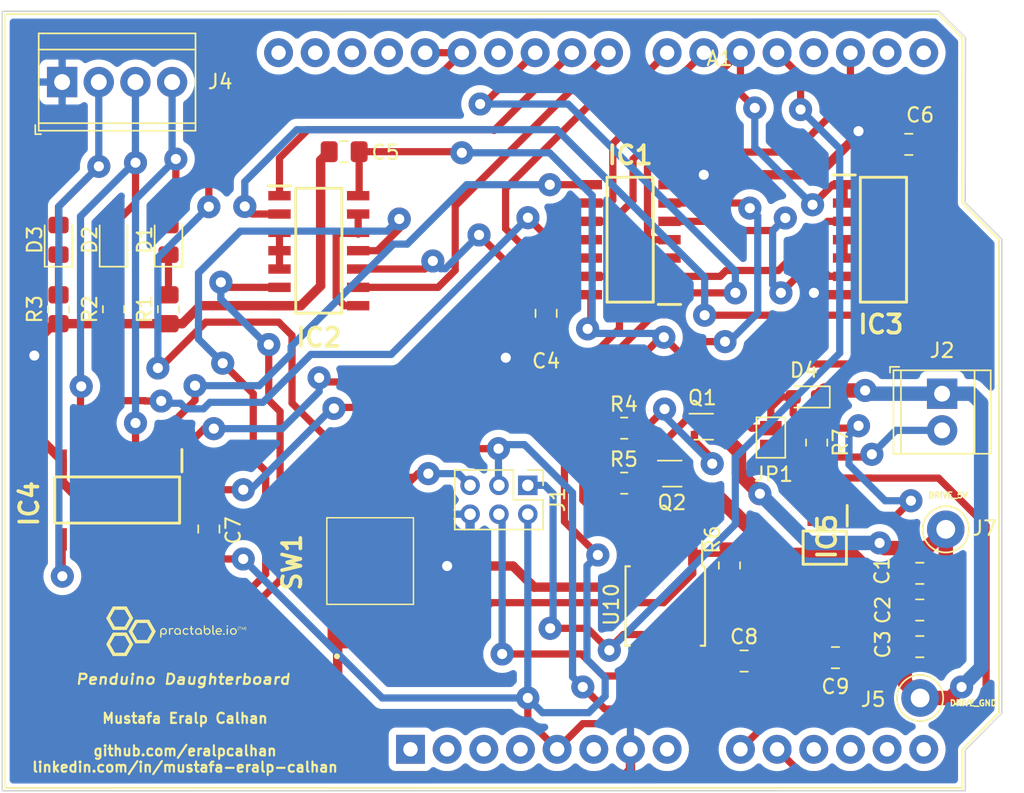
<source format=kicad_pcb>
(kicad_pcb (version 20211014) (generator pcbnew)
  (title_block (title "Driver Daughterboard") (date "2022-06-15") (rev "0"))
  (layers (0 "F.Cu" signal) (31 "B.Cu" signal) (34 "B.Paste" user) (35 "F.Paste" user) (36 "B.SilkS" user "B.Silkscreen") (37 "F.SilkS" user "F.Silkscreen") (38 "B.Mask" user) (39 "F.Mask" user) (44 "Edge.Cuts" user))
  (net 0 "")
  (net 1 "Net-(D1-Pad1)")
  (net 2 "OR_OUT_1")
  (net 3 "Net-(D2-Pad1)")
  (net 4 "OR_OUT_2")
  (net 5 "Net-(D3-Pad1)")
  (net 6 "OR_OUT_3")
  (net 7 "SUP_LED_1")
  (net 8 "INV_1")
  (net 9 "AND_SUP_LED_1")
  (net 10 "SUP_LED_2")
  (net 11 "INV_2")
  (net 12 "AND_SUP_LED_2")
  (net 13 "AND_STU_LED_1")
  (net 14 "STU_LED_1")
  (net 15 "AND_STU_LED_2")
  (net 16 "STU_LED_2")
  (net 17 "SUP_LED_3")
  (net 18 "INV_3")
  (net 19 "Net-(IC2-Pad3)")
  (net 20 "AND_SUP_LED_3")
  (net 21 "Net-(IC2-Pad12)")
  (net 22 "STU_LED_3")
  (net 23 "AND_STU_LED_3")
  (net 30 "Net-(J1-Pad4)")
  (net 31 "Net-(Q1-Pad2)")
  (net 32 "LOAD_MCU")
  (net 51 "Net-(J1-Pad5)")
  (net 52 "DRIVE_MCU")
  (net 53 "STUDENT_ENABLE")
  (net 54 "Net-(Q2-Pad2)")
  (net 55 "D_5V")
  (net 56 "D_GND")
  (net 57 "CURRENT_SENSE_OUT")
  (net 58 "LOAD_INPUT")
  (net 59 "DRIVE_INPUT")
  (net 60 "DRIVE_5V")
  (net 61 "DRIVE_GND")
  (net 62 "Net-(D4-Pad2)")
  (net 63 "Net-(IC5-Pad3)")
  (net 66 "CURRENT_SIGN_OUT")
  (net 67 "Net-(IC5-Pad6)")
  (net 68 "Net-(IC5-Pad1)")
  (net 69 "Net-(IC5-Pad2)")
  (net 70 "Net-(IC5-Pad7)")
  (net 71 "Net-(IC5-Pad8)")
  (net 72 "Net-(J2-Pad2)")
  (footprint "Resistor_SMD:R_0805_2012Metric_Pad1.20x1.40mm_HandSolder" (layer "F.Cu") (at 94.996 75.431 90)
    (fp_text reference "R3")
    (fp_text value "120")
  )
  (footprint "Package_TO_SOT_SMD:SOT-523" (layer "F.Cu") (at 137.5156 86.8172)
    (fp_text reference "Q2")
    (fp_text value "BC547")
  )
  (footprint "TerminalBlock_TE-Connectivity:TerminalBlock_TE_282834-4_1x04_P2.54mm_Horizontal" (layer "F.Cu") (at 95.245 59.69)
    (fp_text reference "J4")
    (fp_text value "Conn_01x04")
  )
  (footprint "NetTie:NetTie-2_SMD_Pad0.5mm" (layer "F.Cu") (at 147.066 96.274 -90)
    (fp_text reference "NT1" hide)
    (fp_text value "NetTie_2")
  )
  (footprint "ICPINS:SOIC127P600X175-14N" (layer "F.Cu") (at 152.146 70.612)
    (fp_text reference "IC3")
    (fp_text value "NAND (Used as Inverter)" hide)
  )
  (footprint "NetTie:NetTie-2_SMD_Pad0.5mm" (layer "F.Cu") (at 148.4376 96.266 -90)
    (fp_text reference "NT2" hide)
    (fp_text value "NetTie_2")
  )
  (footprint "ICPINS:SOIC127P600X175-14N" (layer "F.Cu") (at 113.03 71.374)
    (fp_text reference "IC2")
    (fp_text value "NAND (Used as AND)" hide)
  )
  (footprint "Capacitor_SMD:C_0805_2012Metric_Pad1.18x1.45mm_HandSolder" (layer "F.Cu") (at 142.494 99.8005)
    (fp_text reference "C8")
    (fp_text value "100nF")
  )
  (footprint "Package_TO_SOT_SMD:SOT-523" (layer "F.Cu") (at 139.7 83.566)
    (fp_text reference "Q1")
    (fp_text value "BC557")
  )
  (footprint "Resistor_SMD:R_0805_2012Metric_Pad1.20x1.40mm_HandSolder" (layer "F.Cu") (at 98.806 75.431 90)
    (fp_text reference "R2")
    (fp_text value "120")
  )
  (footprint "Capacitor_SMD:C_0805_2012Metric_Pad1.18x1.45mm_HandSolder" (layer "F.Cu") (at 154.6645 98.806 180)
    (fp_text reference "C3")
    (fp_text value "0.1u")
  )
  (footprint "Jumper:SolderJumper-2_P1.3mm_Open_Pad1.0x1.5mm" (layer "F.Cu") (at 144.345739 84.318761 -90)
    (fp_text reference "JP1")
    (fp_text value "Shunt Bypass")
  )
  (footprint "Resistor_SMD:R_0805_2012Metric_Pad1.20x1.40mm_HandSolder" (layer "F.Cu") (at 147.520739 84.668761 -90)
    (fp_text reference "R7")
    (fp_text value "10R")
  )
  (footprint "Capacitor_SMD:C_0805_2012Metric_Pad1.18x1.45mm_HandSolder" (layer "F.Cu") (at 148.8225 99.568)
    (fp_text reference "C9")
    (fp_text value "0.1uF")
  )
  (footprint "Connector_PinHeader_2.00mm:PinHeader_2x03_P2.00mm_Vertical" (layer "F.Cu") (at 127.508 87.63 -90)
    (fp_text reference "J1")
    (fp_text value "AVR-ISP-6")
  )
  (footprint "LED_SMD:LED_0805_2012Metric_Pad1.15x1.40mm_HandSolder" (layer "F.Cu") (at 102.616 70.621 90)
    (fp_text reference "D1")
    (fp_text value "LED")
  )
  (footprint "Capacitor_SMD:C_0805_2012Metric_Pad1.18x1.45mm_HandSolder" (layer "F.Cu") (at 154.6645 96.266 180)
    (fp_text reference "C2")
    (fp_text value "10u")
  )
  (footprint "LED_SMD:LED_0805_2012Metric_Pad1.15x1.40mm_HandSolder" (layer "F.Cu") (at 94.996 70.621 90)
    (fp_text reference "D3")
    (fp_text value "LED")
  )
  (footprint "Diode_SMD:D_0603_1608Metric_Pad1.05x0.95mm_HandSolder" (layer "F.Cu") (at 146.77 81.507022 180)
    (fp_text reference "D4")
    (fp_text value "1N4002")
  )
  (footprint "Resistor_SMD:R_0805_2012Metric_Pad1.20x1.40mm_HandSolder" (layer "F.Cu") (at 141.478 93.1805 -90)
    (fp_text reference "R6")
    (fp_text value "100k")
  )
  (footprint "NetTie:NetTie-2_SMD_Pad0.5mm" (layer "F.Cu") (at 147.066 87.638 -90)
    (fp_text reference "NT4" hide)
    (fp_text value "NetTie_2")
  )
  (footprint "LED_SMD:LED_0805_2012Metric_Pad1.15x1.40mm_HandSolder" (layer "F.Cu") (at 98.806 70.621 90)
    (fp_text reference "D2")
    (fp_text value "LED")
  )
  (footprint "000_Graphics_Immo:practactable.io_text_10x4" (layer "F.Cu") (at 103.105934 97.775178)
    (fp_text reference "G***" hide)
    (fp_text value "LOGO" hide)
  )
  (footprint "Capacitor_SMD:C_0805_2012Metric_Pad1.18x1.45mm_HandSolder" (layer "F.Cu") (at 114.7865 64.516 180)
    (fp_text reference "C5")
    (fp_text value "100nF")
  )
  (footprint "Package_SO:SOIC-8W_5.3x5.3mm_P1.27mm" (layer "F.Cu") (at 137.033 95.9905 -90)
    (fp_text reference "U10")
    (fp_text value "ATtiny85-20S")
  )
  (footprint "Audio_Module:Infineon Motor Sheild hiddenPins" (layer "F.Cu") (at 99.695 86.233 90)
    (fp_text reference "A1")
    (fp_text value "Infineon Motor Shield MOD" hide)
  )
  (footprint "Capacitor_SMD:C_0805_2012Metric_Pad1.18x1.45mm_HandSolder" (layer "F.Cu") (at 128.778 75.7135 -90)
    (fp_text reference "C4")
    (fp_text value "100nF")
  )
  (footprint "Capacitor_SMD:C_0805_2012Metric_Pad1.18x1.45mm_HandSolder" (layer "F.Cu") (at 105.41 90.6565 90)
    (fp_text reference "C7")
    (fp_text value "100nF")
  )
  (footprint "ICPINS:SOIC127P600X175-14N" (layer "F.Cu") (at 99.06 88.646 -90)
    (fp_text reference "IC4")
    (fp_text value "OR " hide)
  )
  (footprint "Resistor_SMD:R_0805_2012Metric_Pad1.20x1.40mm_HandSolder" (layer "F.Cu") (at 134.185739 87.478761 180)
    (fp_text reference "R5")
    (fp_text value "2k2")
  )
  (footprint "Resistor_SMD:R_0805_2012Metric_Pad1.20x1.40mm_HandSolder" (layer "F.Cu") (at 134.185739 83.668761 180)
    (fp_text reference "R4")
    (fp_text value "2k2")
  )
  (footprint "Connector_Pin:Pin_D1.3mm_L11.0mm" (layer "F.Cu") (at 156.464 90.678 -90)
    (fp_text reference "J7")
    (fp_text value "DRIVE_5V_IN")
  )
  (footprint "Connector_Pin:Pin_D1.3mm_L11.0mm" (layer "F.Cu") (at 154.686 102.362 -90)
    (fp_text reference "J5")
    (fp_text value "DRIVE_GND")
  )
  (footprint "NetTie:NetTie-2_SMD_Pad0.5mm" (layer "F.Cu") (at 151.0284 89.7382 180)
    (fp_text reference "NT5" hide)
    (fp_text value "NetTie_2")
  )
  (footprint "Capacitor_SMD:C_0805_2012Metric_Pad1.18x1.45mm_HandSolder" (layer "F.Cu") (at 154.6645 93.726 180)
    (fp_text reference "C1")
    (fp_text value "460u")
  )
  (footprint "Button_Switch_SMD:13019319" (layer "F.Cu") (at 116.586 93.726 90)
    (fp_text reference "SW1")
    (fp_text value "SW_Push" hide)
  )
  (footprint "TerminalBlock_TE-Connectivity:TerminalBlock_TE_282834-2_1x02_P2.54mm_Horizontal" (layer "F.Cu") (at 156.21 81.28 -90)
    (fp_text reference "J2")
    (fp_text value "Coil")
  )
  (footprint "Resistor_SMD:R_0805_2012Metric_Pad1.20x1.40mm_HandSolder" (layer "F.Cu") (at 102.616 75.431 90)
    (fp_text reference "R1")
    (fp_text value "120")
  )
  (footprint "Capacitor_SMD:C_0805_2012Metric_Pad1.18x1.45mm_HandSolder" (layer "F.Cu") (at 153.9025 64.008 180)
    (fp_text reference "C6")
    (fp_text value "100nF")
  )
  (footprint "ICPINS:SOIC127P600X175-14N" (layer "F.Cu") (at 134.5985 70.612 180)
    (fp_text reference "IC1")
    (fp_text value "AND GATES" hide)
  )
  (footprint "NetTie:NetTie-2_SMD_Pad0.5mm" (layer "F.Cu") (at 149.5806 96.266 -90)
    (fp_text reference "NT6" hide)
    (fp_text value "NetTie_2")
  )
  (footprint "Sensor_Current:SOP65P490X110-8N" (layer "F.Cu") (at 148.082 91.948 -90)
    (fp_text reference "IC5")
    (fp_text value "MAX9928FAUA+" hide)
  )
  (footprint "NetTie:NetTie-2_SMD_Pad0.5mm" (layer "F.Cu") (at 150.7998 87.122 180)
    (fp_text reference "NT3" hide)
    (fp_text value "NetTie_2")
  )
  (gr_line (start 156.012 54.796) (end 155.992 54.776) (layer "Edge.Cuts") (width 0.1))
  (gr_line (start 157.822 105.966) (end 160.352 103.416) (layer "Edge.Cuts") (width 0.1))
  (gr_line (start 160.352 103.416) (end 160.352 70.576) (layer "Edge.Cuts") (width 0.1))
  (gr_line (start 160.352 70.576) (end 157.812 68.036) (layer "Edge.Cuts") (width 0.1))
  (gr_line (start 157.812 68.036) (end 157.832 56.606) (layer "Edge.Cuts") (width 0.1))
  (gr_line (start 91.102 108.776) (end 91.102 108.796) (layer "Edge.Cuts") (width 0.1))
  (gr_line (start 91.102 108.796) (end 157.802 108.786) (layer "Edge.Cuts") (width 0.1))
  (gr_line (start 157.802 108.786) (end 157.822 108.786) (layer "Edge.Cuts") (width 0.1))
  (gr_line (start 91.102 54.786) (end 91.102 108.776) (layer "Edge.Cuts") (width 0.1))
  (gr_line (start 157.822 108.786) (end 157.822 105.966) (layer "Edge.Cuts") (width 0.1))
  (gr_line (start 155.992 54.776) (end 91.102 54.786) (layer "Edge.Cuts") (width 0.1))
  (gr_line (start 157.832 56.606) (end 156.012 54.796) (layer "Edge.Cuts") (width 0.1))
  (gr_text "Penduino Daughterboard" (at 103.632 101.0666) (layer "F.SilkS") (effects (font (size 0.7 0.8) (thickness 0.15) italic)))
  (gr_text "Mustafa Eralp Calhan\n\ngithub.com/eralpcalhan\nlinkedin.com/in/mustafa-eralp-calhan" (at 103.759 105.4608) (layer "F.SilkS") (effects (font (size 0.7 0.7))))
  (gr_text "DRIVE_GND" (at 158.369 102.7176) (layer "F.SilkS") (effects (font (size 0.4 0.4) (thickness 0.1))))
  (gr_text "DRIVE_5V" (at 156.6164 88.3158) (layer "F.SilkS") (effects (font (size 0.4 0.4) (thickness 0.1))))
  (segment (start 102.616 71.646) (end 102.616 74.431) (width 0.5) (layer "F.Cu") (net 1))
  (segment (start 100.33 85.921) (end 100.33 83.312) (width 0.5) (layer "F.Cu") (net 2))
  (segment (start 103.124 69.088) (end 102.616 69.596) (width 0.5) (layer "F.Cu") (net 2))
  (segment (start 103.124 65.024) (end 103.124 69.088) (width 0.5) (layer "F.Cu") (net 2))
  (via (at 100.33 83.312) (size 1.6) (drill 0.7) (layers "F.Cu" "B.Cu") (net 2))
  (via (at 103.124 65.024) (size 1.6) (drill 0.7) (layers "F.Cu" "B.Cu") (net 2))
  (segment (start 100.33 67.818) (end 103.124 65.024) (width 0.5) (layer "B.Cu") (net 2))
  (segment (start 102.865 64.765) (end 103.124 65.024) (width 0.5) (layer "B.Cu") (net 2))
  (segment (start 102.865 59.69) (end 102.865 64.765) (width 0.5) (layer "B.Cu") (net 2))
  (segment (start 100.33 83.312) (end 100.33 67.818) (width 0.5) (layer "B.Cu") (net 2))
  (segment (start 98.806 71.646) (end 98.806 74.431) (width 0.5) (layer "F.Cu") (net 3))
  (segment (start 100.33 65.278) (end 100.33 68.072) (width 0.5) (layer "F.Cu") (net 4))
  (segment (start 96.52 80.8229) (end 96.5709 80.772) (width 0.5) (layer "F.Cu") (net 4))
  (segment (start 96.52 85.921) (end 96.52 80.8229) (width 0.5) (layer "F.Cu") (net 4))
  (segment (start 100.33 68.072) (end 98.806 69.596) (width 0.5) (layer "F.Cu") (net 4))
  (via (at 100.33 65.278) (size 1.6) (drill 0.7) (layers "F.Cu" "B.Cu") (net 4))
  (via (at 96.5709 80.772) (size 1.6) (drill 0.7) (layers "F.Cu" "B.Cu") (net 4))
  (segment (start 96.52 80.7211) (end 96.5709 80.772) (width 0.5) (layer "B.Cu") (net 4))
  (segment (start 96.52 68.993341) (end 96.52 80.7211) (width 0.5) (layer "B.Cu") (net 4))
  (segment (start 100.325 65.273) (end 100.33 65.278) (width 0.5) (layer "B.Cu") (net 4))
  (segment (start 100.235341 65.278) (end 96.52 68.993341) (width 0.5) (layer "B.Cu") (net 4))
  (segment (start 100.325 59.69) (end 100.325 65.273) (width 0.5) (layer "B.Cu") (net 4))
  (segment (start 100.33 65.278) (end 100.235341 65.278) (width 0.5) (layer "B.Cu") (net 4))
  (segment (start 94.996 71.646) (end 94.996 74.431) (width 0.5) (layer "F.Cu") (net 5))
  (segment (start 94.996 68.326) (end 94.996 69.596) (width 0.5) (layer "F.Cu") (net 6))
  (segment (start 97.79 65.532) (end 94.996 68.326) (width 0.5) (layer "F.Cu") (net 6))
  (segment (start 95.25 91.371) (end 95.25 93.914477) (width 0.5) (layer "F.Cu") (net 6))
  (segment (start 95.25 93.914477) (end 95.260813 93.92529) (width 0.5) (layer "F.Cu") (net 6))
  (via (at 95.260813 93.92529) (size 1.6) (drill 0.7) (layers "F.Cu" "B.Cu") (net 6))
  (via (at 97.79 65.532) (size 1.6) (drill 0.7) (layers "F.Cu" "B.Cu") (net 6))
  (segment (start 95.0214 68.3006) (end 95.0214 93.685877) (width 0.5) (layer "B.Cu") (net 6))
  (segment (start 97.785 59.69) (end 97.785 65.527) (width 0.5) (layer "B.Cu") (net 6))
  (segment (start 95.0214 93.685877) (end 95.260813 93.92529) (width 0.5) (layer "B.Cu") (net 6))
  (segment (start 97.79 65.532) (end 95.0214 68.3006) (width 0.5) (layer "B.Cu") (net 6))
  (segment (start 97.785 65.527) (end 97.79 65.532) (width 0.5) (layer "B.Cu") (net 6))
  (segment (start 138.5985 74.422) (end 138.7254 74.2951) (width 0.5) (layer "F.Cu") (net 7))
  (segment (start 128.02 57.658) (end 124.464 61.214) (width 0.5) (layer "F.Cu") (net 7))
  (segment (start 137.3235 74.422) (end 138.5985 74.422) (width 0.5) (layer "F.Cu") (net 7))
  (segment (start 138.7254 74.2951) (end 141.888021 74.2951) (width 0.5) (layer "F.Cu") (net 7))
  (segment (start 124.464 61.214) (end 124.206 61.214) (width 0.5) (layer "F.Cu") (net 7))
  (via (at 141.888021 74.2951) (size 1.6) (drill 0.7) (layers "F.Cu" "B.Cu") (net 7))
  (via (at 124.206 61.214) (size 1.6) (drill 0.7) (layers "F.Cu" "B.Cu") (net 7))
  (segment (start 124.206 61.214) (end 130.302 61.214) (width 0.5) (layer "B.Cu") (net 7))
  (segment (start 141.888021 72.800021) (end 141.888021 74.2951) (width 0.5) (layer "B.Cu") (net 7))
  (segment (start 130.302 61.214) (end 141.888021 72.800021) (width 0.5) (layer "B.Cu") (net 7))
  (segment (start 148.274622 69.342) (end 149.421 69.342) (width 0.5) (layer "F.Cu") (net 8))
  (segment (start 141.246196 72.745599) (end 144.871023 72.745599) (width 0.5) (layer "F.Cu") (net 8))
  (segment (start 144.871023 72.745599) (end 148.274622 69.342) (width 0.5) (layer "F.Cu") (net 8))
  (segment (start 137.3235 73.152) (end 140.839795 73.152) (width 0.5) (layer "F.Cu") (net 8))
  (segment (start 140.839795 73.152) (end 141.246196 72.745599) (width 0.5) (layer "F.Cu") (net 8))
  (segment (start 133.858 74.018478) (end 133.858 76.775173) (width 0.5) (layer "F.Cu") (net 9))
  (segment (start 135.994478 71.882) (end 133.858 74.018478) (width 0.5) (layer "F.Cu") (net 9))
  (segment (start 105.08777 83.70323) (end 105.754345 83.70323) (width 0.5) (layer "F.Cu") (net 9))
  (segment (start 137.3235 71.882) (end 135.994478 71.882) (width 0.5) (layer "F.Cu") (net 9))
  (segment (start 113.3348 80.4672) (end 113.049946 80.182346) (width 0.5) (layer "F.Cu") (net 9))
  (segment (start 133.858 76.775173) (end 130.165973 80.4672) (width 0.5) (layer "F.Cu") (net 9))
  (segment (start 130.165973 80.4672) (end 113.3348 80.4672) (width 0.5) (layer "F.Cu") (net 9))
  (segment (start 102.87 85.921) (end 105.08777 83.70323) (width 0.5) (layer "F.Cu") (net 9))
  (via (at 105.754345 83.70323) (size 1.6) (drill 0.7) (layers "F.Cu" "B.Cu") (net 9))
  (via (at 113.049946 80.182346) (size 1.6) (drill 0.7) (layers "F.Cu" "B.Cu") (net 9))
  (segment (start 105.754345 83.70323) (end 110.484829 83.70323) (width 0.5) (layer "B.Cu") (net 9))
  (segment (start 110.484829 83.70323) (end 113.049946 81.138113) (width 0.5) (layer "B.Cu") (net 9))
  (segment (start 113.049946 81.138113) (end 113.049946 80.182346) (width 0.5) (layer "B.Cu") (net 9))
  (segment (start 135.798989 65.597611) (end 136.853499 64.543101) (width 0.5) (layer "F.Cu") (net 10))
  (segment (start 135.994478 70.612) (end 135.798989 70.416511) (width 0.5) (layer "F.Cu") (net 10))
  (segment (start 136.853499 64.543101) (end 145.940133 64.543101) (width 0.5) (layer "F.Cu") (net 10))
  (segment (start 145.940133 64.543101) (end 149.86 60.623234) (width 0.5) (layer "F.Cu") (net 10))
  (segment (start 135.798989 70.416511) (end 135.798989 65.597611) (width 0.5) (layer "F.Cu") (net 10))
  (segment (start 149.86 60.623234) (end 149.86 57.658) (width 0.5) (layer "F.Cu") (net 10))
  (segment (start 137.3235 70.612) (end 135.994478 70.612) (width 0.5) (layer "F.Cu") (net 10))
  (segment (start 140.319526 69.342) (end 140.953537 69.976011) (width 0.5) (layer "F.Cu") (net 11))
  (segment (start 149.421 73.152) (end 148.378107 73.152) (width 0.5) (layer "F.Cu") (net 11))
  (segment (start 144.480376 69.976011) (end 145.347751 69.108636) (width 0.5) (layer "F.Cu") (net 11))
  (segment (start 147.971706 72.745599) (end 146.591086 72.745599) (width 0.5) (layer "F.Cu") (net 11))
  (segment (start 146.591086 72.745599) (end 145.041585 74.2951) (width 0.5) (layer "F.Cu") (net 11))
  (segment (start 140.953537 69.976011) (end 144.480376 69.976011) (width 0.5) (layer "F.Cu") (net 11))
  (segment (start 137.3235 69.342) (end 140.319526 69.342) (width 0.5) (layer "F.Cu") (net 11))
  (segment (start 148.378107 73.152) (end 147.971706 72.745599) (width 0.5) (layer "F.Cu") (net 11))
  (via (at 145.347751 69.108636) (size 1.6) (drill 0.7) (layers "F.Cu" "B.Cu") (net 11))
  (via (at 145.041585 74.2951) (size 1.6) (drill 0.7) (layers "F.Cu" "B.Cu") (net 11))
  (segment (start 145.347751 69.108636) (end 144.469734 69.986653) (width 0.5) (layer "B.Cu") (net 11))
  (segment (start 144.469734 73.723249) (end 145.041585 74.2951) (width 0.5) (layer "B.Cu") (net 11))
  (segment (start 144.469734 69.986653) (end 144.469734 73.723249) (width 0.5) (layer "B.Cu") (net 11))
  (segment (start 142.536118 68.072) (end 137.3235 68.072) (width 0.5) (layer "F.Cu") (net 12))
  (segment (start 136.229396 75.817299) (end 137.591906 75.817299) (width 0.5) (layer "F.Cu") (net 12))
  (segment (start 114.077392 82.301992) (end 114.148102 82.231282) (width 0.5) (layer "F.Cu") (net 12))
  (segment (start 99.06 85.921) (end 99.06 87.250022) (width 0.5) (layer "F.Cu") (net 12))
  (segment (start 142.890618 68.4265) (end 142.536118 68.072) (width 0.5) (layer "F.Cu") (net 12))
  (segment (start 114.148102 82.231282) (end 129.815413 82.231282) (width 0.5) (layer "F.Cu") (net 12))
  (segment (start 99.06 87.250022) (end 99.744778 87.9348) (width 0.5) (layer "F.Cu") (net 12))
  (segment (start 129.815413 82.231282) (end 136.229396 75.817299) (width 0.5) (layer "F.Cu") (net 12))
  (segment (start 99.744778 87.9348) (end 107.7975 87.9348) (width 0.5) (layer "F.Cu") (net 12))
  (segment (start 138.210232 76.435625) (end 138.210232 76.486425) (width 0.5) (layer "F.Cu") (net 12))
  (segment (start 137.591906 75.817299) (end 138.210232 76.435625) (width 0.5) (layer "F.Cu") (net 12))
  (segment (start 139.396907 77.6731) (end 141.170056 77.6731) (width 0.5) (layer "F.Cu") (net 12))
  (segment (start 138.210232 76.486425) (end 139.396907 77.6731) (width 0.5) (layer "F.Cu") (net 12))
  (via (at 107.7975 87.9348) (size 1.6) (drill 0.7) (layers "F.Cu" "B.Cu") (net 12))
  (via (at 142.890618 68.4265) (size 1.6) (drill 0.7) (layers "F.Cu" "B.Cu") (net 12))
  (via (at 114.077392 82.301992) (size 1.6) (drill 0.7) (layers "F.Cu" "B.Cu") (net 12))
  (via (at 141.170056 77.6731) (size 1.6) (drill 0.7) (layers "F.Cu" "B.Cu") (net 12))
  (segment (start 143.437521 75.690924) (end 141.455345 77.6731) (width 0.5) (layer "B.Cu") (net 12))
  (segment (start 113.935972 82.301992) (end 108.303164 87.9348) (width 0.5) (layer "B.Cu") (net 12))
  (segment (start 143.437521 68.973403) (end 143.437521 75.690924) (width 0.5) (layer "B.Cu") (net 12))
  (segment (start 114.077392 82.301992) (end 113.935972 82.301992) (width 0.5) (layer "B.Cu") (net 12))
  (segment (start 108.303164 87.9348) (end 107.7975 87.9348) (width 0.5) (layer "B.Cu") (net 12))
  (segment (start 142.890618 68.4265) (end 143.437521 68.973403) (width 0.5) (layer "B.Cu") (net 12))
  (segment (start 141.455345 77.6731) (end 141.170056 77.6731) (width 0.5) (layer "B.Cu") (net 12))
  (segment (start 101.6 84.591978) (end 104.454605 81.737373) (width 0.5) (layer "F.Cu") (net 13))
  (segment (start 131.8735 66.802) (end 129.032 66.802) (width 0.5) (layer "F.Cu") (net 13))
  (segment (start 104.454605 81.737373) (end 104.454605 80.724442) (width 0.5) (layer "F.Cu") (net 13))
  (segment (start 101.6 85.921) (end 101.6 84.591978) (width 0.5) (layer "F.Cu") (net 13))
  (via (at 129.032 66.802) (size 1.6) (drill 0.7) (layers "F.Cu" "B.Cu") (net 13))
  (via (at 104.454605 80.724442) (size 1.6) (drill 0.7) (layers "F.Cu" "B.Cu") (net 13))
  (segment (start 108.903003 80.724442) (end 104.454605 80.724442) (width 0.5) (layer "B.Cu") (net 13))
  (segment (start 118.204775 70.916699) (end 111.11072 78.010754) (width 0.5) (layer "B.Cu") (net 13))
  (segment (start 111.11072 78.010754) (end 111.11072 78.516725) (width 0.5) (layer "B.Cu") (net 13))
  (segment (start 129.032 66.802) (end 123.271595 66.802) (width 0.5) (layer "B.Cu") (net 13))
  (segment (start 111.11072 78.516725) (end 108.903003 80.724442) (width 0.5) (layer "B.Cu") (net 13))
  (segment (start 123.271595 66.802) (end 119.156896 70.916699) (width 0.5) (layer "B.Cu") (net 13))
  (segment (start 119.156896 70.916699) (end 118.204775 70.916699) (width 0.5) (layer "B.Cu") (net 13))
  (segment (start 133.398011 67.876511) (end 133.202522 68.072) (width 0.5) (layer "F.Cu") (net 14))
  (segment (start 139.7 57.658) (end 133.398011 63.959989) (width 0.5) (layer "F.Cu") (net 14))
  (segment (start 133.202522 68.072) (end 131.8735 68.072) (width 0.5) (layer "F.Cu") (net 14))
  (segment (start 133.398011 63.959989) (end 133.398011 67.876511) (width 0.5) (layer "F.Cu") (net 14))
  (segment (start 102.108 81.788) (end 100.997341 81.788) (width 0.5) (layer "F.Cu") (net 15))
  (segment (start 97.79 83.312) (end 97.79 85.921) (width 0.5) (layer "F.Cu") (net 15))
  (segment (start 100.97183 81.762489) (end 99.339511 81.762489) (width 0.5) (layer "F.Cu") (net 15))
  (segment (start 99.339511 81.762489) (end 97.79 83.312) (width 0.5) (layer "F.Cu") (net 15))
  (segment (start 127.51702 69.088) (end 129.04102 70.612) (width 0.5) (layer "F.Cu") (net 15))
  (segment (start 129.04102 70.612) (end 131.8735 70.612) (width 0.5) (layer "F.Cu") (net 15))
  (segment (start 100.997341 81.788) (end 100.97183 81.762489) (width 0.5) (layer "F.Cu") (net 15))
  (via (at 102.108 81.788) (size 1.6) (drill 0.7) (layers "F.Cu" "B.Cu") (net 15))
  (via (at 127.51702 69.088) (size 1.6) (drill 0.7) (layers "F.Cu" "B.Cu") (net 15))
  (segment (start 103.449637 81.942679) (end 103.83655 82.329592) (width 0.5) (layer "B.Cu") (net 15))
  (segment (start 102.262679 81.942679) (end 103.449637 81.942679) (width 0.5) (layer "B.Cu") (net 15))
  (segment (start 118.044521 78.560499) (end 127.51702 69.088) (width 0.5) (layer "B.Cu") (net 15))
  (segment (start 103.83655 82.329592) (end 105.037358 82.329592) (width 0.5) (layer "B.Cu") (net 15))
  (segment (start 112.480468 78.560499) (end 118.044521 78.560499) (width 0.5) (layer "B.Cu") (net 15))
  (segment (start 109.161365 81.879602) (end 112.480468 78.560499) (width 0.5) (layer "B.Cu") (net 15))
  (segment (start 105.037358 82.329592) (end 105.487348 81.879602) (width 0.5) (layer "B.Cu") (net 15))
  (segment (start 102.108 81.788) (end 102.262679 81.942679) (width 0.5) (layer "B.Cu") (net 15))
  (segment (start 105.487348 81.879602) (end 109.161365 81.879602) (width 0.5) (layer "B.Cu") (net 15))
  (segment (start 127.99952 71.882) (end 131.8735 71.882) (width 0.5) (layer "F.Cu") (net 16))
  (segment (start 137.16 57.658) (end 134.874 59.944) (width 0.5) (layer "F.Cu") (net 16))
  (segment (start 134.874 59.944) (end 133.096 59.944) (width 0.5) (layer "F.Cu") (net 16))
  (segment (start 125.96752 69.85) (end 127.99952 71.882) (width 0.5) (layer "F.Cu") (net 16))
  (segment (start 133.096 59.944) (end 125.96752 67.07248) (width 0.5) (layer "F.Cu") (net 16))
  (segment (start 125.96752 67.07248) (end 125.96752 69.85) (width 0.5) (layer "F.Cu") (net 16))
  (segment (start 125.12704 62.992) (end 125.17652 63.04148) (width 0.5) (layer "F.Cu") (net 17))
  (segment (start 110.305 64.955) (end 112.268 62.992) (width 0.5) (layer "F.Cu") (net 17))
  (segment (start 130.56 57.658) (end 125.17652 63.04148) (width 0.5) (layer "F.Cu") (net 17))
  (segment (start 110.305 67.564) (end 110.305 64.955) (width 0.5) (layer "F.Cu") (net 17))
  (segment (start 112.268 62.992) (end 125.12704 62.992) (width 0.5) (layer "F.Cu") (net 17))
  (segment (start 108.427736 68.834) (end 110.305 68.834) (width 0.5) (layer "F.Cu") (net 18))
  (segment (start 153.4484 75.8446) (end 139.759733 75.8446) (width 0.5) (layer "F.Cu") (net 18))
  (segment (start 107.900917 68.307181) (end 108.427736 68.834) (width 0.5) (layer "F.Cu") (net 18))
  (segment (start 154.871 74.422) (end 153.4484 75.8446) (width 0.5) (layer "F.Cu") (net 18))
  (via (at 139.759733 75.8446) (size 1.6) (drill 0.7) (layers "F.Cu" "B.Cu") (net 18))
  (via (at 107.900917 68.307181) (size 1.6) (drill 0.7) (layers "F.Cu" "B.Cu") (net 18))
  (segment (start 139.759733 73.211733) (end 139.759733 75.8446) (width 0.5) (layer "B.Cu") (net 18))
  (segment (start 111.506 62.992) (end 129.54 62.992) (width 0.5) (layer "B.Cu") (net 18))
  (segment (start 107.900917 68.307181) (end 107.900917 66.597083) (width 0.5) (layer "B.Cu") (net 18))
  (segment (start 107.900917 66.597083) (end 111.506 62.992) (width 0.5) (layer "B.Cu") (net 18))
  (segment (start 129.54 62.992) (end 139.759733 73.211733) (width 0.5) (layer "B.Cu") (net 18))
  (segment (start 110.305 70.104) (end 110.305 71.374) (width 0.5) (layer "F.Cu") (net 19))
  (segment (start 110.305 71.374) (end 110.305 72.644) (width 0.5) (layer "F.Cu") (net 19))
  (segment (start 110.346511 82.517138) (end 110.346511 94.190811) (width 0.5) (layer "F.Cu") (net 20))
  (segment (start 108.753922 95.7834) (end 101.253278 95.7834) (width 0.5) (layer "F.Cu") (net 20))
  (segment (start 109.561219 81.731846) (end 110.346511 82.517138) (width 0.5) (layer "F.Cu") (net 20))
  (segment (start 109.561219 77.8749) (end 109.561219 81.731846) (width 0.5) (layer "F.Cu") (net 20))
  (segment (start 110.305 73.914) (end 106.59721 73.914) (width 0.5) (layer "F.Cu") (net 20))
  (segment (start 110.346511 94.190811) (end 108.753922 95.7834) (width 0.5) (layer "F.Cu") (net 20))
  (segment (start 101.253278 95.7834) (end 99.364909 93.895031) (width 0.5) (layer "F.Cu") (net 20))
  (segment (start 99.364909 93.895031) (end 97.571474 93.89503) (width 0.5) (layer "F.Cu") (net 20))
  (segment (start 106.59721 73.914) (end 106.24271 73.5595) (width 0.5) (layer "F.Cu") (net 20))
  (segment (start 96.52 92.843556) (end 96.52 91.371) (width 0.5) (layer "F.Cu") (net 20))
  (segment (start 97.571474 93.89503) (end 96.52 92.843556) (width 0.5) (layer "F.Cu") (net 20))
  (via (at 109.561219 77.8749) (size 1.6) (drill 0.7) (layers "F.Cu" "B.Cu") (net 20))
  (via (at 106.24271 73.5595) (size 1.6) (drill 0.7) (layers "F.Cu" "B.Cu") (net 20))
  (segment (start 109.561219 77.8749) (end 109.3964 77.8749) (width 0.5) (layer "B.Cu") (net 20))
  (segment (start 109.3964 77.8749) (end 106.24271 74.72121) (width 0.5) (layer "B.Cu") (net 20))
  (segment (start 106.24271 74.72121) (end 106.24271 73.5595) (width 0.5) (layer "B.Cu") (net 20))
  (segment (start 114.230489 70.299489) (end 114.230489 74.606489) (width 0.5) (layer "F.Cu") (net 21))
  (segment (start 115.755 70.173) (end 114.356978 70.173) (width 0.5) (layer "F.Cu") (net 21))
  (segment (start 114.356978 70.173) (end 114.230489 70.299489) (width 0.5) (layer "F.Cu") (net 21))
  (segment (start 115.755 68.834) (end 115.755 70.230489) (width 0.5) (layer "F.Cu") (net 21))
  (segment (start 114.230489 74.606489) (end 114.808 75.184) (width 0.5) (layer "F.Cu") (net 21))
  (segment (start 114.808 75.184) (end 115.755 75.184) (width 0.5) (layer "F.Cu") (net 21))
  (segment (start 122.478901 68.279099) (end 133.1 57.658) (width 0.5) (layer "F.Cu") (net 22))
  (segment (start 121.291926 73.914) (end 122.478901 72.727025) (width 0.5) (layer "F.Cu") (net 22))
  (segment (start 122.478901 72.727025) (end 122.478901 68.279099) (width 0.5) (layer "F.Cu") (net 22))
  (segment (start 115.755 73.914) (end 121.291926 73.914) (width 0.5) (layer "F.Cu") (net 22))
  (segment (start 109.347 93.7768) (end 108.339911 94.783889) (width 0.5) (layer "F.Cu") (net 23))
  (segment (start 101.667289 94.783889) (end 99.778911 92.895511) (width 0.5) (layer "F.Cu") (net 23))
  (segment (start 106.371642 79.167862) (end 108.487779 81.283999) (width 0.5) (layer "F.Cu") (net 23))
  (segment (start 108.487779 81.283999) (end 108.487779 85.784379) (width 0.5) (layer "F.Cu") (net 23))
  (segment (start 117.084022 71.374) (end 118.603208 69.854814) (width 0.5) (layer "F.Cu") (net 23))
  (segment (start 118.603208 69.854814) (end 118.603208 69.179383) (width 0.5) (layer "F.Cu") (net 23))
  (segment (start 97.79 92.700022) (end 97.79 91.371) (width 0.5) (layer "F.Cu") (net 23))
  (segment (start 115.755 71.374) (end 117.084022 71.374) (width 0.5) (layer "F.Cu") (net 23))
  (segment (start 108.487779 85.784379) (end 109.347 86.6436) (width 0.5) (layer "F.Cu") (net 23))
  (segment (start 109.347 86.6436) (end 109.347 93.7768) (width 0.5) (layer "F.Cu") (net 23))
  (segment (start 97.985489 92.895511) (end 97.79 92.700022) (width 0.5) (layer "F.Cu") (net 23))
  (segment (start 99.778911 92.895511) (end 97.985489 92.895511) (width 0.5) (layer "F.Cu") (net 23))
  (segment (start 108.339911 94.783889) (end 101.667289 94.783889) (width 0.5) (layer "F.Cu") (net 23))
  (via (at 106.371642 79.167862) (size 1.6) (drill 0.7) (layers "F.Cu" "B.Cu") (net 23))
  (via (at 118.603208 69.179383) (size 1.6) (drill 0.7) (layers "F.Cu" "B.Cu") (net 23))
  (segment (start 106.371642 79.167862) (end 104.693209 77.489429) (width 0.5) (layer "B.Cu") (net 23))
  (segment (start 104.693209 72.917675) (end 107.592096 70.018788) (width 0.5) (layer "B.Cu") (net 23))
  (segment (start 107.592096 70.018788) (end 117.763803 70.018788) (width 0.5) (layer "B.Cu") (net 23))
  (segment (start 104.693209 77.489429) (end 104.693209 72.917675) (width 0.5) (layer "B.Cu") (net 23))
  (segment (start 117.763803 70.018788) (end 118.603208 69.179383) (width 0.5) (layer "B.Cu") (net 23))
  (segment (start 132.747341 100.838) (end 133.9305 100.838) (width 0.5) (layer "F.Cu") (net 30))
  (segment (start 131.223341 99.314) (end 132.747341 100.838) (width 0.5) (layer "F.Cu") (net 30))
  (segment (start 125.73 99.314) (end 131.223341 99.314) (width 0.5) (layer "F.Cu") (net 30))
  (segment (start 133.9305 100.838) (end 135.128 99.6405) (width 0.5) (layer "F.Cu") (net 30))
  (via (at 125.73 99.314) (size 1.6) (drill 0.7) (layers "F.Cu" "B.Cu") (net 30))
  (segment (start 125.698 89.63) (end 125.73 89.662) (width 0.5) (layer "B.Cu") (net 30))
  (segment (start 125.508 89.63) (end 125.698 89.63) (width 0.5) (layer "B.Cu") (net 30))
  (segment (start 125.73 89.662) (end 125.73 99.314) (width 0.5) (layer "B.Cu") (net 30))
  (segment (start 135.185739 83.668761) (end 135.660239 83.668761) (width 0.5) (layer "F.Cu") (net 31))
  (segment (start 139.055 84.5466) (end 140.2842 85.7758) (width 0.5) (layer "F.Cu") (net 31))
  (segment (start 139.055 84.066) (end 139.055 84.5466) (width 0.5) (layer "F.Cu") (net 31))
  (segment (start 140.2842 85.7758) (end 140.2842 86.1314) (width 0.5) (layer "F.Cu") (net 31))
  (segment (start 135.660239 83.668761) (end 136.9822 82.3468) (width 0.5) (layer "F.Cu") (net 31))
  (via (at 136.9822 82.3468) (size 1.6) (drill 0.7) (layers "F.Cu" "B.Cu") (net 31))
  (via (at 140.2842 86.1314) (size 1.6) (drill 0.7) (layers "F.Cu" "B.Cu") (net 31))
  (segment (start 136.9822 82.8294) (end 140.2842 86.1314) (width 0.5) (layer "B.Cu") (net 31))
  (segment (start 136.9822 82.3468) (end 136.9822 82.8294) (width 0.5) (layer "B.Cu") (net 31))
  (segment (start 134.829677 89.336233) (end 133.185739 87.692295) (width 0.5) (layer "F.Cu") (net 32))
  (segment (start 133.185739 87.692295) (end 133.185739 87.478761) (width 0.5) (layer "F.Cu") (net 32))
  (segment (start 137.668 92.3405) (end 137.668 90.792944) (width 0.5) (layer "F.Cu") (net 32))
  (segment (start 136.211289 89.336233) (end 134.829677 89.336233) (width 0.5) (layer "F.Cu") (net 32))
  (segment (start 137.668 90.792944) (end 136.211289 89.336233) (width 0.5) (layer "F.Cu") (net 32))
  (segment (start 141.318 92.3405) (end 141.478 92.1805) (width 0.5) (layer "F.Cu") (net 51))
  (segment (start 122.85 97.876) (end 118.836 97.876) (width 0.5) (layer "F.Cu") (net 51))
  (segment (start 136.924522 95.758) (end 124.968 95.758) (width 0.5) (layer "F.Cu") (net 51))
  (segment (start 138.938 92.3405) (end 141.318 92.3405) (width 0.5) (layer "F.Cu") (net 51))
  (segment (start 118.836 87.876) (end 118.836 97.876) (width 0.5) (layer "F.Cu") (net 51))
  (segment (start 138.938 93.744522) (end 136.924522 95.758) (width 0.5) (layer "F.Cu") (net 51))
  (segment (start 138.938 92.3405) (end 138.938 93.744522) (width 0.5) (layer "F.Cu") (net 51))
  (segment (start 124.968 95.758) (end 122.85 97.876) (width 0.5) (layer "F.Cu") (net 51))
  (segment (start 119.8931 86.8189) (end 120.615406 86.8189) (width 0.5) (layer "F.Cu") (net 51))
  (segment (start 118.836 87.876) (end 119.8931 86.8189) (width 0.5) (layer "F.Cu") (net 51))
  (via (at 120.615406 86.8189) (size 1.6) (drill 0.7) (layers "F.Cu" "B.Cu") (net 51))
  (segment (start 122.6969 86.8189) (end 120.615406 86.8189) (width 0.5) (layer "B.Cu") (net 51))
  (segment (start 123.508 87.63) (end 122.6969 86.8189) (width 0.5) (layer "B.Cu") (net 51))
  (segment (start 131.318 88.646) (end 131.318 85.5365) (width 0.5) (layer "F.Cu") (net 52))
  (segment (start 136.202511 90.740989) (end 133.412989 90.740989) (width 0.5) (layer "F.Cu") (net 52))
  (segment (start 133.412989 90.740989) (end 131.318 88.646) (width 0.5) (layer "F.Cu") (net 52))
  (segment (start 136.398 90.936478) (end 136.202511 90.740989) (width 0.5) (layer "F.Cu") (net 52))
  (segment (start 131.318 85.5365) (end 133.185739 83.668761) (width 0.5) (layer "F.Cu") (net 52))
  (segment (start 136.398 92.3405) (end 136.398 90.936478) (width 0.5) (layer "F.Cu") (net 52))
  (segment (start 149.421 70.612) (end 149.421 71.882) (width 0.5) (layer "F.Cu") (net 53))
  (segment (start 149.421 68.072) (end 151.6888 68.072) (width 0.5) (layer "F.Cu") (net 53))
  (segment (start 152.3746 69.723) (end 151.4856 70.612) (width 0.5) (layer "F.Cu") (net 53))
  (segment (start 134.799469 65.032714) (end 134.799469 67.888587) (width 0.5) (layer "F.Cu") (net 53))
  (segment (start 151.4856 70.612) (end 150.750022 70.612) (width 0.5) (layer "F.Cu") (net 53))
  (segment (start 132.842 73.152) (end 131.8735 73.152) (width 0.5) (layer "F.Cu") (net 53))
  (segment (start 131.8735 73.152) (end 127 73.152) (width 0.5) (layer "F.Cu") (net 53))
  (segment (start 134.799469 67.888587) (end 133.346056 69.342) (width 0.5) (layer "F.Cu") (net 53))
  (segment (start 149.421 66.802) (end 148.626167 66.802) (width 0.5) (layer "F.Cu") (net 53))
  (segment (start 154.871 71.882) (end 154.871 73.152) (width 0.5) (layer "F.Cu") (net 53))
  (segment (start 131.8735 69.342) (end 133.202522 69.342) (width 0.5) (layer "F.Cu") (net 53))
  (segment (start 133.202522 69.342) (end 133.398011 69.537489) (width 0.5) (layer "F.Cu") (net 53))
  (segment (start 133.398011 72.595989) (end 132.842 73.152) (width 0.5) (layer "F.Cu") (net 53))
  (segment (start 120.3706 72.644) (end 120.9294 72.0852) (width 0.5) (layer "F.Cu") (net 53))
  (segment (start 149.421 66.802) (end 149.421 68.072) (width 0.5) (layer "F.Cu") (net 53))
  (segment (start 142.24 57.658) (end 142.24 60.489956) (width 0.5) (layer "F.Cu") (net 53))
  (segment (start 115.755 72.644) (end 120.3706 72.644) (width 0.5) (layer "F.Cu") (net 53))
  (segment (start 127 73.152) (end 124.130848 70.282848) (width 0.5) (layer "F.Cu") (net 53))
  (segment (start 133.346056 69.342) (end 131.8735 69.342) (width 0.5) (layer "F.Cu") (net 53))
  (segment (start 142.174183 57.658) (end 134.799469 65.032714) (width 0.5) (layer "F.Cu") (net 53))
  (segment (start 142.24 60.489956) (end 143.234033 61.483989) (width 0.5) (layer "F.Cu") (net 53))
  (segment (start 150.750022 70.612) (end 152.020022 71.882) (width 0.5) (layer "F.Cu") (net 53))
  (segment (start 133.398011 69.537489) (end 133.398011 72.595989) (width 0.5) (layer "F.Cu") (net 53))
  (segment (start 148.626167 66.802) (end 147.236447 68.19172) (width 0.5) (layer "F.Cu") (net 53))
  (segment (start 151.6888 68.072) (end 152.3746 68.7578) (width 0.5) (layer "F.Cu") (net 53))
  (segment (start 152.3746 68.7578) (end 152.3746 69.723) (width 0.5) (layer "F.Cu") (net 53))
  (segment (start 142.24 57.658) (end 142.174183 57.658) (width 0.5) (layer "F.Cu") (net 53))
  (segment (start 150.750022 70.612) (end 149.421 70.612) (width 0.5) (layer "F.Cu") (net 53))
  (segment (start 152.020022 71.882) (end 154.871 71.882) (width 0.5) (layer "F.Cu") (net 53))
  (via (at 120.9294 72.0852) (size 1.6) (drill 0.7) (layers "F.Cu" "B.Cu") (net 53))
  (via (at 143.234033 61.483989) (size 1.6) (drill 0.7) (layers "F.Cu" "B.Cu") (net 53))
  (via (at 124.130848 70.282848) (size 1.6) (drill 0.7) (layers "F.Cu" "B.Cu") (net 53))
  (via (at 147.236447 68.19172) (size 1.6) (drill 0.7) (layers "F.Cu" "B.Cu") (net 53))
  (segment (start 121.4628 72.6186) (end 120.9294 72.0852) (width 0.5) (layer "B.Cu") (net 53))
  (segment (start 147.236447 68.19172) (end 147.218615 68.19172) (width 0.5) (layer "B.Cu") (net 53))
  (segment (start 121.795096 72.6186) (end 121.4628 72.6186) (width 0.5) (layer "B.Cu") (net 53))
  (segment (start 147.218615 68.19172) (end 143.234033 64.207138) (width 0.5) (layer "B.Cu") (net 53))
  (segment (start 143.234033 64.207138) (end 143.234033 61.483989) (width 0.5) (layer "B.Cu") (net 53))
  (segment (start 124.130848 70.282848) (end 121.795096 72.6186) (width 0.5) (layer "B.Cu") (net 53))
  (segment (start 135.3473 87.3172) (end 135.185739 87.478761) (width 0.5) (layer "F.Cu") (net 54))
  (segment (start 136.8706 87.3172) (end 135.3473 87.3172) (width 0.5) (layer "F.Cu") (net 54))
  (segment (start 131.8735 76.568348) (end 131.652924 76.788924) (width 0.5) (layer "F.Cu") (net 55))
  (segment (start 136.287534 104.14) (end 131.318 104.14) (width 0.5) (layer "F.Cu") (net 55))
  (segment (start 115.824 64.516) (end 115.824 67.495) (width 0.5) (layer "F.Cu") (net 55))
  (segment (start 138.938 101.489534) (end 136.287534 104.14) (width 0.5) (layer "F.Cu") (net 55))
  (segment (start 141.4565 99.8005) (end 139.098 99.8005) (width 0.5) (layer "F.Cu") (net 55))
  (segment (start 154.94 66.733) (end 154.871 66.802) (width 0.5) (layer "F.Cu") (net 55))
  (segment (start 115.824 67.495) (end 115.755 67.564) (width 0.5) (layer "F.Cu") (net 55))
  (segment (start 152.9334 77.5462) (end 151.257 79.2226) (width 0.5) (layer "F.Cu") (net 55))
  (segment (start 151.257 79.2226) (end 138.788875 79.2226) (width 0.5) (layer "F.Cu") (net 55))
  (segment (start 132.3595 92.456) (end 130.048 90.1445) (width 0.5) (layer "F.Cu") (net 55))
  (segment (start 130.048 84.0486) (end 136.729801 77.366799) (width 0.5) (layer "F.Cu") (net 55))
  (segment (start 129.032 74.422) (end 128.778 74.676) (width 0.5) (layer "F.Cu") (net 55))
  (segment (start 141.478 94.1805) (end 144.0715 96.774) (width 0.5) (layer "F.Cu") (net 55))
  (segment (start 138.938 99.6405) (end 138.938 101.489534) (width 0.5) (layer "F.Cu") (net 55))
  (segment (start 154.94 64.008) (end 155.9052 64.008) (width 0.5) (layer "F.Cu") (net 55))
  (segment (start 147.066 96.774) (end 147.066 98.849) (width 0.5) (layer "F.Cu") (net 55))
  (segment (start 156.718 75.946) (end 155.1178 77.5462) (width 0.5) (layer "F.Cu") (net 55))
  (segment (start 136.729801 77.366799) (end 136.933074 77.366799) (width 0.5) (layer "F.Cu") (net 55))
  (segment (start 115.824 64.516) (end 122.86102 64.516) (width 0.5) (layer "F.Cu") (net 55))
  (segment (start 156.718 64.8208) (end 156.718 75.946) (width 0.5) (layer "F.Cu") (net 55))
  (segment (start 127.508 103.886) (end 129.54 105.918) (width 0.5) (layer "F.Cu") (net 55))
  (segment (start 131.8735 74.422) (end 129.032 74.422) (width 0.5) (layer "F.Cu") (net 55))
  (segment (start 154.94 64.008) (end 154.94 66.733) (width 0.5) (layer "F.Cu") (net 55))
  (segment (start 131.8735 74.422) (end 131.8735 76.568348) (width 0.5) (layer "F.Cu") (net 55))
  (segment (start 130.048 90.1445) (end 130.048 84.0486) (width 0.5) (layer "F.Cu") (net 55))
  (segment (start 106.447988 92.731988) (end 107.794088 92.731988) (width 0.5) (layer "F.Cu") (net 55))
  (segment (start 139.098 99.8005) (end 138.938 99.6405) (width 0.5) (layer "F.Cu") (net 55))
  (segment (start 155.9052 64.008) (end 156.718 64.8208) (width 0.5) (layer "F.Cu") (net 55))
  (segment (start 127.508 102.362) (end 127.508 103.886) (width 0.5) (layer "F.Cu") (net 55))
  (segment (start 103.193 91.694) (end 102.87 91.371) (width 0.5) (layer "F.Cu") (net 55))
  (segment (start 105.41 91.694) (end 106.447988 92.731988) (width 0.5) (layer "F.Cu") (net 55))
  (segment (start 141.478 94.1805) (end 141.478 99.779) (width 0.5) (layer "F.Cu") (net 55))
  (segment (start 155.1178 77.5462) (end 152.9334 77.5462) (width 0.5) (layer "F.Cu") (net 55))
  (segment (start 131.318 104.14) (end 129.54 105.918) (width 0.5) (layer "F.Cu") (net 55))
  (segment (start 138.788875 79.2226) (end 136.933074 77.366799) (width 0.5) (layer "F.Cu") (net 55))
  (segment (start 105.41 91.694) (end 103.193 91.694) (width 0.5) (layer "F.Cu") (net 55))
  (segment (start 147.066 98.849) (end 147.785 99.568) (width 0.5) (layer "F.Cu") (net 55))
  (segment (start 144.0715 96.774) (end 147.066 96.774) (width 0.5) (layer "F.Cu") (net 55))
  (segment (start 122.86102 64.516) (end 122.936 64.59098) (width 0.5) (layer "F.Cu") (net 55))
  (segment (start 141.478 99.779) (end 141.4565 99.8005) (width 0.5) (layer "F.Cu") (net 55))
  (via (at 122.936 64.59098) (size 1.6) (drill 0.7) (layers "F.Cu" "B.Cu") (net 55))
  (via (at 132.3595 92.456) (size 1.6) (drill 0.7) (layers "F.Cu" "B.Cu") (net 55))
  (via (at 131.652924 76.788924) (size 1.6) (drill 0.7) (layers "F.Cu" "B.Cu") (net 55))
  (via (at 136.933074 77.366799) (size 1.6) (drill 0.7) (layers "F.Cu" "B.Cu") (net 55))
  (via (at 107.794088 92.731988) (size 1.6) (drill 0.7) (layers "F.Cu" "B.Cu") (net 55))
  (via (at 127.508 102.362) (size 1.6) (drill 0.7) (layers "F.Cu" "B.Cu") (net 55))
  (segment (start 136.933074 77.366799) (end 136.670673 77.104398) (width 0.5) (layer "B.Cu") (net 55))
  (segment (start 122.936 64.59098) (end 129.012321 64.59098) (width 0.5) (layer "B.Cu") (net 55))
  (segment (start 131.607866 99.698541) (end 132.867511 100.958186) (width 0.5) (layer "B.Cu") (net 55))
  (segment (start 128.524 103.378) (end 127.508 102.362) (width 0.5) (layer "B.Cu") (net 55))
  (segment (start 127.508 102.362) (end 117.4241 102.362) (width 0.5) (layer "B.Cu") (net 55))
  (segment (start 129.012321 64.59098) (end 131.968398 67.547057) (width 0.5) (layer "B.Cu") (net 55))
  (segment (start 117.4241 102.362) (end 107.794088 92.731988) (width 0.5) (layer "B.Cu") (net 55))
  (segment (start 136.670673 77.104398) (end 131.968398 77.104398) (width 0.5) (layer "B.Cu") (net 55))
  (segment (start 131.731341 103.378) (end 128.524 103.378) (width 0.5) (layer "B.Cu") (net 55))
  (segment (start 132.867511 102.24183) (end 131.731341 103.378) (width 0.5) (layer "B.Cu") (net 55))
  (segment (start 132.3595 92.456) (end 131.607866 93.207634) (width 0.5) (layer "B.Cu") (net 55))
  (segment (start 127.508 89.63) (end 127.508 102.362) (width 0.5) (layer "B.Cu") (net 55))
  (segment (start 131.968398 77.104398) (end 131.652924 76.788924) (width 0.5) (layer "B.Cu") (net 55))
  (segment (start 132.867511 100.958186) (end 132.867511 102.24183) (width 0.5) (layer "B.Cu") (net 55))
  (segment (start 131.968398 67.547057) (end 131.968398 76.47345) (width 0.5) (layer "B.Cu") (net 55))
  (segment (start 131.968398 76.47345) (end 131.652924 76.788924) (width 0.5) (layer "B.Cu") (net 55))
  (segment (start 131.607866 93.207634) (end 131.607866 99.698541) (width 0.5) (layer "B.Cu") (net 55))
  (segment (start 102.616 76.431) (end 103.572334 76.431) (width 0.65) (layer "F.Cu") (net 56))
  (segment (start 114.336 104.523022) (end 114.336 97.876) (width 0.65) (layer "F.Cu") (net 56))
  (segment (start 126.7399 78.7891) (end 125.984 78.7891) (width 0.65) (layer "F.Cu") (net 56))
  (segment (start 95.25 87.400022) (end 97.468978 89.619) (width 0.65) (layer "F.Cu") (net 56))
  (segment (start 139.0142 66.802) (end 139.7 66.1162) (width 0.65) (layer "F.Cu") (net 56))
  (segment (start 143.5315 99.8005) (end 144.889889 101.158889) (width 0.65) (layer "F.Cu") (net 56))
  (segment (start 149.86 98.9584) (end 148.4376 97.536) (width 0.65) (layer "F.Cu") (net 56))
  (segment (start 93.3196 77.7878) (end 93.3196 78.6384) (width 0.65) (layer "F.Cu") (net 56))
  (segment (start 150.4188 63.2968) (end 150.4188 63.0936) (width 0.65) (layer "F.Cu") (net 56))
  (segment (start 103.572334 76.431) (end 104.819334 75.184) (width 0.65) (layer "F.Cu") (net 56))
  (segment (start 102.616 76.431) (end 98.806 76.431) (width 0.65) (layer "F.Cu") (net 56))
  (segment (start 148.4376 97.536) (end 148.4376 96.766) (width 0.65) (layer "F.Cu") (net 56))
  (segment (start 134.209702 107.742511) (end 138.129489 107.742511) (width 0.65) (layer "F.Cu") (net 56))
  (segment (start 94.996 76.431) (end 94.6764 76.431) (width 0.65) (layer "F.Cu") (net 56))
  (segment (start 95.25 85.921) (end 95.25 87.400022) (width 0.65) (layer "F.Cu") (net 56))
  (segment (start 135.128 92.3405) (end 132.78502 94.68348) (width 0.65) (layer "F.Cu") (net 56))
  (segment (start 143.5315 100.0576) (end 143.5315 99.8005) (width 0.65) (layer "F.Cu") (net 56))
  (segment (start 97.468978 89.619) (end 105.41 89.619) (width 0.65) (layer "F.Cu") (net 56))
  (segment (start 134.62 105.918) (end 134.62 107.332213) (width 0.65) (layer "F.Cu") (net 56))
  (segment (start 134.62 107.332213) (end 134.209702 107.742511) (width 0.65) (layer "F.Cu") (net 56))
  (segment (start 138.129489 107.742511) (end 140.208 105.664) (width 0.65) (layer "F.Cu") (net 56))
  (segment (start 140.208 105.664) (end 140.208 103.3811) (width 0.65) (layer "F.Cu") (net 56))
  (segment (start 134.209702 107.742511) (end 117.555489 107.742511) (width 0.65) (layer "F.Cu") (net 56))
  (segment (start 126.48204 93.218) (end 127.94752 94.68348) (width 0.65) (layer "F.Cu") (net 56))
  (segment (start 152.865 64.008) (end 151.9506 63.0936) (width 0.65) (layer "F.Cu") (net 56))
  (segment (start 113.749 64.516) (end 113.155969 65.109031) (width 0.65) (layer "F.Cu") (net 56))
  (segment (start 149.421 74.422) (end 147.456781 74.422) (width 0.65) (layer "F.Cu") (net 56))
  (segment (start 139.7 66.1162) (end 147.5994 66.1162) (width 0.65) (layer "F.Cu") (net 56))
  (segment (start 149.031111 101.158889) (end 149.86 100.33) (width 0.65) (layer "F.Cu") (net 56))
  (segment (start 147.5994 66.1162) (end 150.4188 63.2968) (width 0.65) (layer "F.Cu") (net 56))
  (segment (start 151.9506 63.0936) (end 150.4188 63.0936) (width 0.65) (layer "F.Cu") (net 56))
  (segment (start 113.155969 65.109031) (end 113.155969 73.812053) (width 0.65) (layer "F.Cu") (net 56))
  (segment (start 94.996 76.431) (end 98.806 76.431) (width 0.65) (layer "F.Cu") (net 56))
  (segment (start 114.336 87.876) (end 114.336 97.876) (width 0.65) (layer "F.Cu") (net 56))
  (segment (start 121.92 93.218) (end 126.48204 93.218) (width 0.65) (layer "F.Cu") (net 56))
  (segment (start 111.784022 75.184) (end 110.305 75.184) (width 0.65) (layer "F.Cu") (net 56))
  (segment (start 93.3196 83.9906) (end 93.3196 78.6384) (width 0.65) (layer "F.Cu") (net 56))
  (segment (start 147.456781 74.422) (end 147.329881 74.2951) (width 0.65) (layer "F.Cu") (net 56))
  (segment (start 132.78502 94.68348) (end 127.94752 94.68348) (width 0.65) (layer "F.Cu") (net 56))
  (segment (start 149.86 100.33) (end 149.86 99.568) (width 0.65) (layer "F.Cu") (net 56))
  (segment (start 94.6764 76.431) (end 93.3196 77.7878) (width 0.65) (layer "F.Cu") (net 56))
  (segment (start 117.555489 107.742511) (end 114.336 104.523022) (width 0.65) (layer "F.Cu") (net 56))
  (segment (start 140.208 103.3811) (end 143.5315 100.0576) (width 0.65) (layer "F.Cu") (net 56))
  (segment (start 113.155969 73.812053) (end 111.784022 75.184) (width 0.65) (layer "F.Cu") (net 56))
  (segment (start 104.819334 75.184) (end 110.305 75.184) (width 0.65) (layer "F.Cu") (net 56))
  (segment (start 128.778 76.751) (end 126.7399 78.7891) (width 0.65) (layer "F.Cu") (net 56))
  (segment (start 144.889889 101.158889) (end 149.031111 101.158889) (width 0.65) (layer "F.Cu") (net 56))
  (segment (start 137.3235 66.802) (end 139.0142 66.802) (width 0.65) (layer "F.Cu") (net 56))
  (segment (start 95.25 85.921) (end 93.3196 83.9906) (width 0.65) (layer "F.Cu") (net 56))
  (segment (start 149.86 99.568) (end 149.86 98.9584) (width 0.65) (layer "F.Cu") (net 56))
  (via (at 147.329881 74.2951) (size 1.6) (drill 0.7) (layers "F.Cu" "B.Cu") (net 56))
  (via (at 121.92 93.218) (size 1.6) (drill 0.7) (layers "F.Cu" "B.Cu") (net 56))
  (via (at 93.3196 78.6384) (size 1.6) (drill 0.7) (layers "F.Cu" "B.Cu") (net 56))
  (via (at 139.7 66.1162) (size 1.6) (drill 0.7) (layers "F.Cu" "B.Cu") (net 56))
  (via (at 125.984 78.7891) (size 1.6) (drill 0.7) (layers "F.Cu" "B.Cu") (net 56))
  (via (at 150.4188 63.0936) (size 1.6) (drill 0.7) (layers "F.Cu" "B.Cu") (net 56))
  (segment (start 123.508 91.63) (end 121.92 93.218) (width 0.65) (layer "B.Cu") (net 56))
  (segment (start 123.508 89.63) (end 123.508 91.63) (width 0.65) (layer "B.Cu") (net 56))
  (segment (start 149.476188 102.2334) (end 151.19702 100.512568) (width 0.5) (layer "F.Cu") (net 57))
  (segment (start 142.24 105.918) (end 145.9246 102.2334) (width 0.5) (layer "F.Cu") (net 57))
  (segment (start 151.19702 100.512568) (end 151.19702 98.38242) (width 0.5) (layer "F.Cu") (net 57))
  (segment (start 145.9246 102.2334) (end 149.476188 102.2334) (width 0.5) (layer "F.Cu") (net 57))
  (segment (start 151.19702 98.38242) (end 149.5806 96.766) (width 0.5) (layer "F.Cu") (net 57))
  (segment (start 136.398 98.552) (end 136.398 99.6405) (width 0.5) (layer "F.Cu") (net 58))
  (segment (start 129.0575 97.536) (end 131.636666 97.536) (width 0.5) (layer "F.Cu") (net 58))
  (segment (start 131.636666 97.536) (end 133.157377 99.056711) (width 0.5) (layer "F.Cu") (net 58))
  (segment (start 133.157377 98.937101) (end 134.126678 97.9678) (width 0.5) (layer "F.Cu") (net 58))
  (segment (start 134.126678 97.9678) (end 135.8138 97.9678) (width 0.5) (layer "F.Cu") (net 58))
  (segment (start 135.8138 97.9678) (end 136.398 98.552) (width 0.5) (layer "F.Cu") (net 58))
  (segment (start 146.4056 59.2836) (end 146.4056 61.595) (width 0.5) (layer "F.Cu") (net 58))
  (segment (start 133.157377 99.056711) (end 133.157377 98.937101) (width 0.5) (layer "F.Cu") (net 58))
  (segment (start 144.78 57.658) (end 146.4056 59.2836) (width 0.5) (layer "F.Cu") (net 58))
  (via (at 133.157377 99.056711) (size 1.6) (drill 0.7) (layers "F.Cu" "B.Cu") (net 58))
  (via (at 129.0575 97.536) (size 1.6) (drill 0.7) (layers "F.Cu" "B.Cu") (net 58))
  (via (at 146.4056 61.595) (size 1.6) (drill 0.7) (layers "F.Cu" "B.Cu") (net 58))
  (segment (start 141.884501 90.329587) (end 141.884501 85.699499) (width 0.5) (layer "B.Cu") (net 58))
  (segment (start 129.2605 88.2075) (end 128.683 87.63) (width 0.5) (layer "B.Cu") (net 58))
  (segment (start 129.2605 97.333) (end 129.2605 88.2075) (width 0.5) (layer "B.Cu") (net 58))
  (segment (start 133.157377 99.056711) (end 141.884501 90.329587) (width 0.5) (layer "B.Cu") (net 58))
  (segment (start 128.683 87.63) (end 127.508 87.63) (width 0.5) (layer "B.Cu") (net 58))
  (segment (start 149.115905 78.468095) (end 149.115905 64.305305) (width 0.5) (layer "B.Cu") (net 58))
  (segment (start 141.884501 85.699499) (end 149.115905 78.468095) (width 0.5) (layer "B.Cu") (net 58))
  (segment (start 149.115905 64.305305) (end 146.4056 61.595) (width 0.5) (layer "B.Cu") (net 58))
  (segment (start 129.0575 97.536) (end 129.2605 97.333) (width 0.5) (layer "B.Cu") (net 58))
  (segment (start 122.94 57.658) (end 119.384 61.214) (width 0.5) (layer "F.Cu") (net 59))
  (segment (start 105.197522 76.3254) (end 110.250134 76.3254) (width 0.5) (layer "F.Cu") (net 59))
  (segment (start 131.318 101.6) (end 132.842 103.124) (width 0.5) (layer "F.Cu") (net 59))
  (segment (start 137.668 101.346) (end 137.668 99.6405) (width 0.5) (layer "F.Cu") (net 59))
  (segment (start 135.89 103.124) (end 137.668 101.346) (width 0.5) (layer "F.Cu") (net 59))
  (segment (start 102.020922 79.502) (end 105.197522 76.3254) (width 0.5) (layer "F.Cu") (net 59))
  (segment (start 114.332895 85.09) (end 125.476 85.09) (width 0.5) (layer "F.Cu") (net 59))
  (segment (start 105.41 66.4464) (end 105.41 68.326) (width 0.5) (layer "F.Cu") (net 59))
  (segment (start 120.4 57.658) (end 122.94 57.658) (width 0.5) (layer "F.Cu") (net 59))
  (segment (start 110.250134 76.3254) (end 111.174099 77.249365) (width 0.5) (layer "F.Cu") (net 59))
  (segment (start 132.842 103.124) (end 135.89 103.124) (width 0.5) (layer "F.Cu") (net 59))
  (segment (start 101.8795 79.502) (end 102.020922 79.502) (width 0.5) (layer "F.Cu") (net 59))
  (segment (start 111.174099 81.931204) (end 114.332895 85.09) (width 0.5) (layer "F.Cu") (net 59))
  (segment (start 119.384 61.214) (end 110.6424 61.214) (width 0.5) (layer "F.Cu") (net 59))
  (segment (start 111.174099 77.249365) (end 111.174099 81.931204) (width 0.5) (layer "F.Cu") (net 59))
  (segment (start 110.6424 61.214) (end 105.41 66.4464) (width 0.5) (layer "F.Cu") (net 59))
  (via (at 105.41 68.326) (size 1.6) (drill 0.7) (layers "F.Cu" "B.Cu") (net 59))
  (via (at 131.318 101.6) (size 1.6) (drill 0.7) (layers "F.Cu" "B.Cu") (net 59))
  (via (at 101.8795 79.502) (size 1.6) (drill 0.7) (layers "F.Cu" "B.Cu") (net 59))
  (via (at 125.476 85.09) (size 1.6) (drill 0.7) (layers "F.Cu" "B.Cu") (net 59))
  (segment (start 101.8795 71.8565) (end 101.8795 79.502) (width 0.5) (layer "B.Cu") (net 59))
  (segment (start 131.318 101.6) (end 130.607011 100.889011) (width 0.5) (layer "B.Cu") (net 59))
  (segment (start 130.607011 88.140477) (end 127.277134 84.8106) (width 0.5) (layer "B.Cu") (net 59))
  (segment (start 130.607011 100.889011) (end 130.607011 88.140477) (width 0.5) (layer "B.Cu") (net 59))
  (segment (start 125.508 87.615436) (end 125.508 87.63) (width 0.5) (layer "B.Cu") (net 59))
  (segment (start 125.7554 84.8106) (end 125.476 85.09) (width 0.5) (layer "B.Cu") (net 59))
  (segment (start 125.476 85.09) (end 125.476 87.583436) (width 0.5) (layer "B.Cu") (net 59))
  (segment (start 105.41 68.326) (end 101.8795 71.8565) (width 0.5) (layer "B.Cu") (net 59))
  (segment (start 127.277134 84.8106) (end 125.7554 84.8106) (width 0.5) (layer "B.Cu") (net 59))
  (segment (start 125.476 87.583436) (end 125.508 87.615436) (width 0.5) (layer "B.Cu") (net 59))
  (segment (start 140.4 83.566) (end 142.134501 85.300501) (width 1) (layer "F.Cu") (net 60))
  (segment (start 155.702 96.266) (end 155.702 98.806) (width 1) (layer "F.Cu") (net 60))
  (segment (start 152.236169 91.978) (end 151.880322 91.622153) (width 1) (layer "F.Cu") (net 60))
  (segment (start 156.464 90.678) (end 156.464 92.964) (width 1) (layer "F.Cu") (net 60))
  (segment (start 142.134501 86.762501) (end 143.5862 88.2142) (width 1) (layer "F.Cu") (net 60))
  (segment (start 156.464 90.678) (end 155.164 91.978) (width 1) (layer "F.Cu") (net 60))
  (segment (start 156.464 92.964) (end 155.702 93.726) (width 1) (layer "F.Cu") (net 60))
  (segment (start 140.345 83.566) (end 140.4 83.566) (width 1) (layer "F.Cu") (net 60))
  (segment (start 155.702 93.726) (end 155.702 96.266) (width 1) (layer "F.Cu") (net 60))
  (segment (start 142.134501 85.300501) (end 142.134501 86.762501) (width 1) (layer "F.Cu") (net 60))
  (segment (start 155.164 91.978) (end 152.236169 91.978) (width 1) (layer "F.Cu") (net 60))
  (via (at 151.880322 91.622153) (size 1.6) (drill 0.7) (layers "F.Cu" "B.Cu") (net 60))
  (via (at 143.5862 88.2142) (size 1.6) (drill 0.7) (layers "F.Cu" "B.Cu") (net 60))
  (segment (start 143.5862 88.2142) (end 146.994153 91.622153) (width 1) (layer "B.Cu") (net 60))
  (segment (start 146.994153 91.622153) (end 151.880322 91.622153) (width 1) (layer "B.Cu") (net 60))
  (segment (start 139.274301 87.930901) (end 138.1606 86.8172) (width 1) (layer "F.Cu") (net 61))
  (segment (start 153.627 101.303) (end 153.627 98.806) (width 1) (layer "F.Cu") (net 61))
  (segment (start 153.627 93.726) (end 151.279002 93.726) (width 1) (layer "F.Cu") (net 61))
  (segment (start 156.7965 102.362) (end 157.5585 101.6) (width 1) (layer "F.Cu") (net 61))
  (segment (start 154.686 102.362) (end 156.7965 102.362) (width 1) (layer "F.Cu") (net 61))
  (segment (start 144.721189 92.447989) (end 140.204101 87.930901) (width 1) (layer "F.Cu") (net 61))
  (segment (start 148.094632 81.05739) (end 150.878431 81.05739) (width 1) (layer "F.Cu") (net 61))
  (segment (start 153.627 93.726) (end 153.627 96.266) (width 1) (layer "F.Cu") (net 61))
  (segment (start 154.686 102.362) (end 153.627 101.303) (width 1) (layer "F.Cu") (net 61))
  (segment (start 153.627 96.266) (end 153.627 98.806) (width 1) (layer "F.Cu") (net 61))
  (segment (start 150.000991 92.447989) (end 144.721189 92.447989) (width 1) (layer "F.Cu") (net 61))
  (segment (start 147.645 81.507022) (end 148.094632 81.05739) (width 1) (layer "F.Cu") (net 61))
  (segment (start 151.279002 93.726) (end 150.000991 92.447989) (width 1) (layer "F.Cu") (net 61))
  (segment (start 140.204101 87.930901) (end 139.274301 87.930901) (width 1) (layer "F.Cu") (net 61))
  (via (at 157.5585 101.6) (size 1.6) (drill 0.7) (layers "F.Cu" "B.Cu") (net 61))
  (via (at 150.878431 81.05739) (size 1.6) (drill 0.7) (layers "F.Cu" "B.Cu") (net 61))
  (segment (start 156.21 81.28) (end 158.26 81.28) (width 1) (layer "B.Cu") (net 61))
  (segment (start 158.913511 81.933511) (end 158.913511 100.244989) (width 1) (layer "B.Cu") (net 61))
  (segment (start 158.26 81.28) (end 158.913511 81.933511) (width 1) (layer "B.Cu") (net 61))
  (segment (start 158.913511 100.244989) (end 157.5585 101.6) (width 1) (layer "B.Cu") (net 61))
  (segment (start 156.21 81.28) (end 151.101041 81.28) (width 1) (layer "B.Cu") (net 61))
  (segment (start 151.101041 81.28) (end 150.878431 81.05739) (width 1) (layer "B.Cu") (net 61))
  (segment (start 145.895 81.507022) (end 145.895 82.6744) (width 0.5) (layer "F.Cu") (net 62))
  (segment (start 138.4982 83.066) (end 139.055 83.066) (width 0.5) (layer "F.Cu") (net 62))
  (segment (start 141.4526 82.1182) (end 143.003161 83.668761) (width 0.5) (layer "F.Cu") (net 62))
  (segment (start 145.895 82.6744) (end 146.889361 83.668761) (width 0.5) (layer "F.Cu") (net 62))
  (segment (start 143.003161 83.668761) (end 144.345739 83.668761) (width 0.5) (layer "F.Cu") (net 62))
  (segment (start 150.256407 83.668761) (end 150.421671 83.503497) (width 0.5) (layer "F.Cu") (net 62))
  (segment (start 145.895 81.507022) (end 145.086378 81.507022) (width 0.5) (layer "F.Cu") (net 62))
  (segment (start 137.0838 86.104) (end 137.0838 84.4804) (width 0.5) (layer "F.Cu") (net 62))
  (segment (start 139.055 82.7178) (end 139.6546 82.1182) (width 0.5) (layer "F.Cu") (net 62))
  (segment (start 139.6546 82.1182) (end 141.4526 82.1182) (width 0.5) (layer "F.Cu") (net 62))
  (segment (start 144.345739 82.247661) (end 144.345739 83.668761) (width 0.5) (layer "F.Cu") (net 62))
  (segment (start 145.086378 81.507022) (end 144.345739 82.247661) (width 0.5) (layer "F.Cu") (net 62))
  (segment (start 137.0838 84.4804) (end 138.4982 83.066) (width 0.5) (layer "F.Cu") (net 62))
  (segment (start 146.889361 83.668761) (end 147.520739 83.668761) (width 0.5) (layer "F.Cu") (net 62))
  (segment (start 153.0096 89.7382) (end 154.051 88.6968) (width 0.5) (layer "F.Cu") (net 62))
  (segment (start 147.520739 83.668761) (end 150.256407 83.668761) (width 0.5) (layer "F.Cu") (net 62))
  (segment (start 136.8706 86.3172) (end 137.0838 86.104) (width 0.5) (layer "F.Cu") (net 62))
  (segment (start 139.055 83.066) (end 139.055 82.7178) (width 0.5) (layer "F.Cu") (net 62))
  (segment (start 151.5284 89.7382) (end 153.0096 89.7382) (width 0.5) (layer "F.Cu") (net 62))
  (via (at 150.421671 83.503497) (size 1.6) (drill 0.7) (layers "F.Cu" "B.Cu") (net 62))
  (via (at 154.051 88.6968) (size 1.6) (drill 0.7) (layers "F.Cu" "B.Cu") (net 62))
  (segment (start 149.758299 84.166869) (end 149.758299 86.189025) (width 0.5) (layer "B.Cu") (net 62))
  (segment (start 150.421671 83.503497) (end 149.758299 84.166869) (width 0.5) (layer "B.Cu") (net 62))
  (segment (start 152.266074 88.6968) (end 154.051 88.6968) (width 0.5) (layer "B.Cu") (net 62))
  (segment (start 149.758299 86.189025) (end 152.266074 88.6968) (width 0.5) (layer "B.Cu") (net 62))
  (segment (start 147.757 88.8718) (end 147.066 88.1808) (width 0.5) (layer "F.Cu") (net 63))
  (segment (start 147.757 89.736) (end 147.757 88.8718) (width 0.5) (layer "F.Cu") (net 63))
  (segment (start 156.972 106.934) (end 156.238489 107.667511) (width 0.5) (layer "F.Cu") (net 66))
  (segment (start 155.964 87.13) (end 151.2824 87.13) (width 0.5) (layer "F.Cu") (net 66))
  (segment (start 155.964 87.13) (end 159.258 90.424) (width 0.5) (layer "F.Cu") (net 66))
  (segment (start 159.258 102.87) (end 156.972 105.156) (width 0.5) (layer "F.Cu") (net 66))
  (segment (start 159.258 90.424) (end 159.258 102.87) (width 0.5) (layer "F.Cu") (net 66))
  (segment (start 156.238489 107.667511) (end 146.529511 107.667511) (width 0.5) (layer "F.Cu") (net 66))
  (segment (start 146.529511 107.667511) (end 144.78 105.918) (width 0.5) (layer "F.Cu") (net 66))
  (segment (start 156.972 105.156) (end 156.972 106.934) (width 0.5) (layer "F.Cu") (net 66))
  (segment (start 147.757 95.083) (end 147.066 95.774) (width 0.4) (layer "F.Cu") (net 67))
  (segment (start 147.757 94.16) (end 147.757 95.083) (width 0.4) (layer "F.Cu") (net 67))
  (segment (start 149.057 89.736) (end 150.5262 89.736) (width 0.5) (layer "F.Cu") (net 68))
  (segment (start 148.407 89.736) (end 148.407 88.1502) (width 0.5) (layer "F.Cu") (net 69))
  (segment (start 149.2504 87.122) (end 150.2998 87.122) (width 0.5) (layer "F.Cu") (net 69))
  (segment (start 148.407 87.9654) (end 149.2504 87.122) (width 0.5) (layer "F.Cu") (net 69))
  (segment (start 148.4376 95.766) (end 148.407 95.7354) (width 0.25) (layer "F.Cu") (net 70))
  (segment (start 148.407 95.7354) (end 148.407 94.16) (width 0.4) (layer "F.Cu") (net 70))
  (segment (start 149.5806 94.6836) (end 149.057 94.16) (width 0.4) (layer "F.Cu") (net 71))
  (segment (start 149.5806 95.766) (end 149.5806 94.6836) (width 0.4) (layer "F.Cu") (net 71))
  (segment (start 147.066 86.1235) (end 147.066 87.1808) (width 0.5) (layer "F.Cu") (net 72))
  (segment (start 151.154984 85.668761) (end 151.343423 85.480322) (width 0.5) (layer "F.Cu") (net 72))
  (segment (start 145.076578 85.6996) (end 147.4899 85.6996) (width 0.5) (layer "F.Cu") (net 72))
  (segment (start 144.345739 84.968761) (end 145.076578 85.6996) (width 0.5) (layer "F.Cu") (net 72))
  (segment (start 147.4899 85.6996) (end 147.520739 85.668761) (width 0.5) (layer "F.Cu") (net 72))
  (segment (start 147.520739 85.668761) (end 151.154984 85.668761) (width 0.5) (layer "F.Cu") (net 72))
  (segment (start 147.520739 85.668761) (end 147.066 86.1235) (width 0.5) (layer "F.Cu") (net 72))
  (via (at 151.343423 85.480322) (size 1.6) (drill 0.7) (layers "F.Cu" "B.Cu") (net 72))
  (segment (start 153.003745 83.82) (end 151.343423 85.480322) (width 0.5) (layer "B.Cu") (net 72))
  (segment (start 156.21 83.82) (end 153.003745 83.82) (width 0.5) (layer "B.Cu") (net 72))
  (zone (net 56) (net_name "D_GND") (layer "B.Cu") (name "Digital_Ground") (connect_pads (clearance 0.508)) (min_thickness 0.5) (fill yes (thermal_gap 0.508) (thermal_bridge_width 0.508))
    (polygon (pts (xy 161.892 108.966) (xy 90.942 108.966) (xy 91.042 54.706) (xy 161.282 54.076) (xy 161.862 54.006)))
  )
)
</source>
